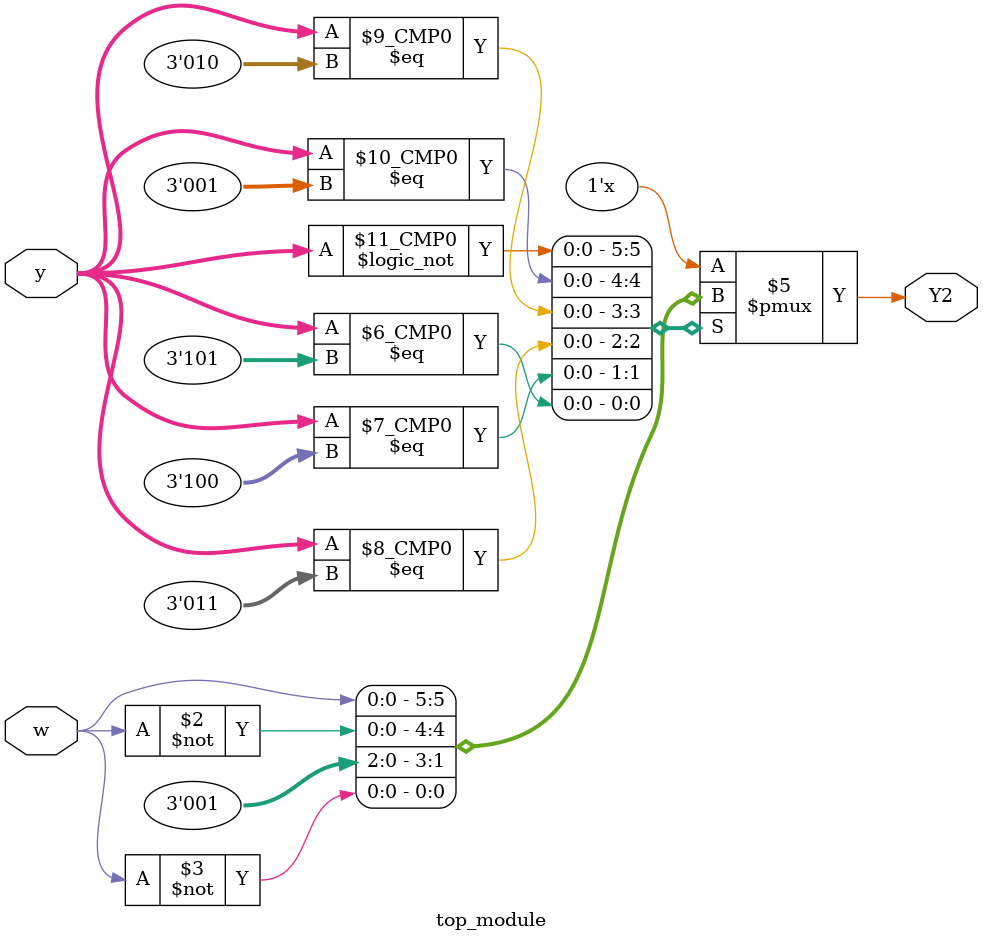
<source format=sv>
module top_module(
    input [3:1] y,
    input w,
    output reg Y2
);

always @(*) begin
    case (y)
        3'b000: Y2 = w;      // State A
        3'b001: Y2 = ~w;     // State B
        3'b010: Y2 = 1'b0;   // State C
        3'b011: Y2 = 1'b0;   // State D
        3'b100: Y2 = 1'b1;   // State E
        3'b101: Y2 = ~w;     // State F
        default: Y2 = 1'bx;
    endcase
end

endmodule

</source>
